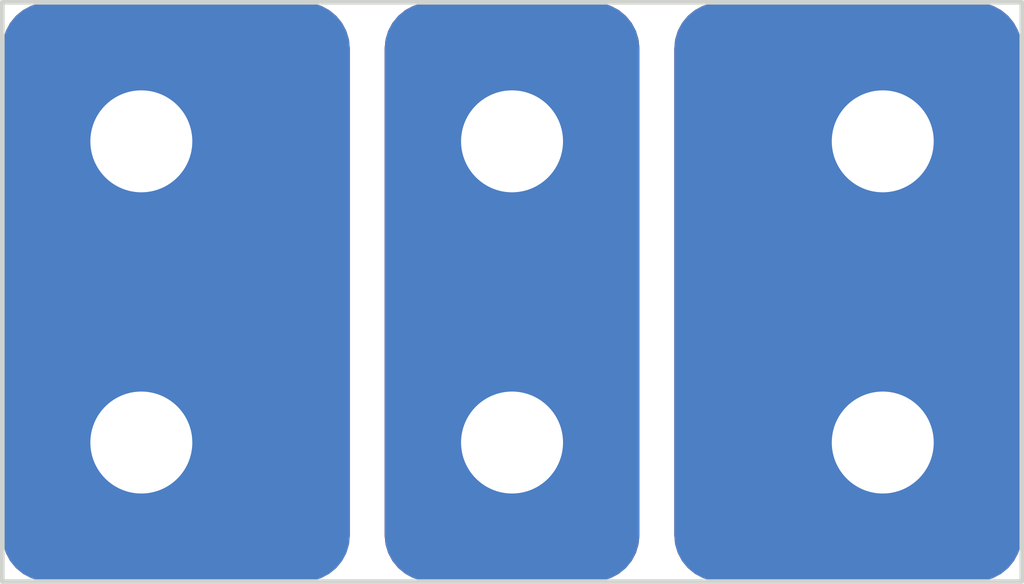
<source format=kicad_pcb>
(kicad_pcb (version 20221018) (generator pcbnew)
  (title_block (title "LEDEAF Bridge PCB") (date "2021-05-23") (rev "1") (comment 1 "Drawn By: AG"))
  (layers (0 "F.Cu" signal) (31 "B.Cu" signal) (34 "B.Paste" user) (35 "F.Paste" user) (36 "B.SilkS" user "B.Silkscreen") (37 "F.SilkS" user "F.Silkscreen") (38 "B.Mask" user) (39 "F.Mask" user) (44 "Edge.Cuts" user))
  (net 0 "")
  (net 1 "/5V")
  (net 2 "/D")
  (net 3 "/0V")
  (footprint "agg:M2_PTH" (layer "F.Cu") (at 108 53.5)
    (fp_text reference "J104" hide)
    (fp_text value "DOUT" hide)
    (pad "1" thru_hole circle (at 0 0) (size 4 4) (drill 2.2) (layers "*.Cu" "*.Mask") (net 2 "/D"))
  )
  (footprint "agg:M2_PTH" (layer "F.Cu") (at 108 60)
    (fp_text reference "J103" hide)
    (fp_text value "DIN" hide)
    (pad "1" thru_hole circle (at 0 0) (size 4 4) (drill 2.2) (layers "*.Cu" "*.Mask") (net 2 "/D"))
  )
  (footprint "agg:M2_PTH" (layer "F.Cu") (at 116 60)
    (fp_text reference "J105" hide)
    (fp_text value "0V" hide)
    (pad "1" thru_hole circle (at 0 0) (size 4 4) (drill 2.2) (layers "*.Cu" "*.Mask") (net 3 "/0V"))
  )
  (footprint "agg:M2_PTH" (layer "F.Cu") (at 100 53.5)
    (fp_text reference "J102" hide)
    (fp_text value "5V" hide)
    (pad "1" thru_hole circle (at 0 0) (size 4 4) (drill 2.2) (layers "*.Cu" "*.Mask") (net 1 "/5V"))
  )
  (footprint "agg:M2_PTH" (layer "F.Cu") (at 100 60)
    (fp_text reference "J101" hide)
    (fp_text value "5V" hide)
    (pad "1" thru_hole circle (at 0 0) (size 4 4) (drill 2.2) (layers "*.Cu" "*.Mask") (net 1 "/5V"))
  )
  (footprint "agg:M2_PTH" (layer "F.Cu") (at 116 53.5)
    (fp_text reference "J106" hide)
    (fp_text value "0V" hide)
    (pad "1" thru_hole circle (at 0 0) (size 4 4) (drill 2.2) (layers "*.Cu" "*.Mask") (net 3 "/0V"))
  )
  (gr_line (start 97 63) (end 97 50.5) (stroke (width 0.1)) (layer "Edge.Cuts"))
  (gr_line (start 97 50.5) (end 119 50.5) (stroke (width 0.1)) (layer "Edge.Cuts"))
  (gr_line (start 119 63) (end 97 63) (stroke (width 0.1)) (layer "Edge.Cuts"))
  (gr_line (start 119 50.5) (end 119 63) (stroke (width 0.1)) (layer "Edge.Cuts"))
  (zone (net 3) (net_name "/0V") (layers "F&B.Cu") (connect_pads yes (clearance 0.5)) (min_thickness 0.2) (fill yes (thermal_gap 0.508) (thermal_bridge_width 0.508) (smoothing fillet) (radius 1))
    (polygon (pts (xy 119 63) (xy 111.5 63) (xy 111.5 50.5) (xy 119 50.5)))
  )
  (zone (net 1) (net_name "/5V") (layers "F&B.Cu") (connect_pads yes (clearance 0.5)) (min_thickness 0.2) (fill yes (thermal_gap 0.508) (thermal_bridge_width 0.508) (smoothing fillet) (radius 1))
    (polygon (pts (xy 104.5 63) (xy 97 63) (xy 97 50.5) (xy 104.5 50.5)))
  )
  (zone (net 2) (net_name "/D") (layers "F&B.Cu") (connect_pads yes (clearance 0.5)) (min_thickness 0.2) (fill yes (thermal_gap 0.508) (thermal_bridge_width 0.508) (smoothing fillet) (radius 1))
    (polygon (pts (xy 110.75 63) (xy 105.25 63) (xy 105.25 50.5) (xy 110.75 50.5)))
  )
)
</source>
